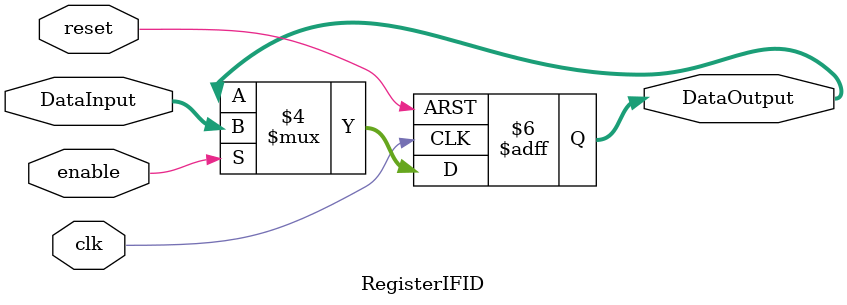
<source format=v>
module RegisterIFID
#(
	parameter N = 32,
	parameter initvalue = 0
)
(
	input clk,
	input reset,
	input enable,
	input  [N-1:0] DataInput,
	
	
	output reg [N-1:0] DataOutput
);

always@(negedge reset or negedge clk) begin
	if(reset==0)
		DataOutput <= initvalue;
	else	
		if(enable==1)
			DataOutput<=DataInput;
end

endmodule
</source>
